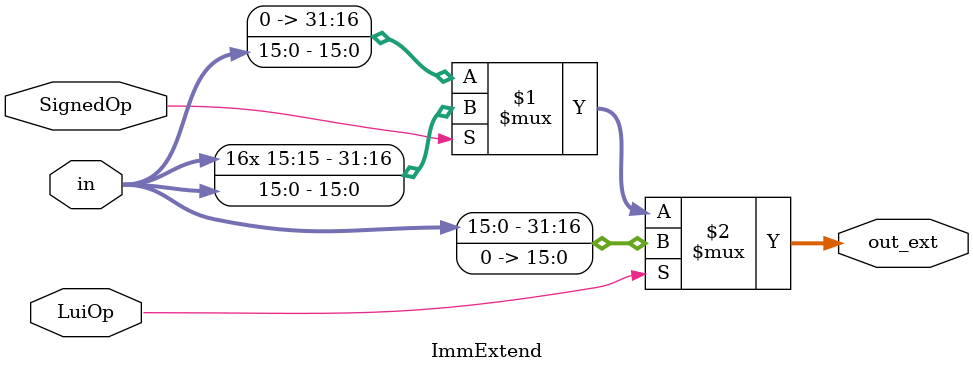
<source format=v>
`timescale 1ns / 1ps

module ImmExtend
(
    input wire [15:0] in,
    input wire LuiOp,
    input wire SignedOp,
    output wire [31:0] out_ext
);

assign out_ext = LuiOp ? {in, 16'h0} :
                SignedOp ? {{16{in[15]}}, in} :
                {16'h0, in};
endmodule

</source>
